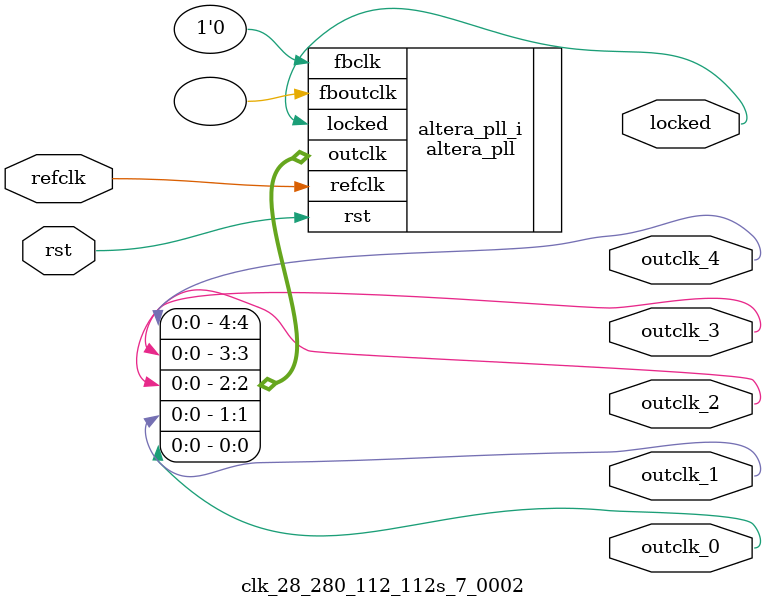
<source format=v>
`timescale 1ns/10ps
module  clk_28_280_112_112s_7_0002(

	// interface 'refclk'
	input wire refclk,

	// interface 'reset'
	input wire rst,

	// interface 'outclk0'
	output wire outclk_0,

	// interface 'outclk1'
	output wire outclk_1,

	// interface 'outclk2'
	output wire outclk_2,

	// interface 'outclk3'
	output wire outclk_3,

	// interface 'outclk4'
	output wire outclk_4,

	// interface 'locked'
	output wire locked
);

	altera_pll #(
		.fractional_vco_multiplier("false"),
		.reference_clock_frequency("50.0 MHz"),
		.operation_mode("direct"),
		.number_of_clocks(5),
		.output_clock_frequency0("28.125000 MHz"),
		.phase_shift0("0 ps"),
		.duty_cycle0(50),
		.output_clock_frequency1("281.250000 MHz"),
		.phase_shift1("0 ps"),
		.duty_cycle1(50),
		.output_clock_frequency2("112.500000 MHz"),
		.phase_shift2("0 ps"),
		.duty_cycle2(50),
		.output_clock_frequency3("112.500000 MHz"),
		.phase_shift3("3556 ps"),
		.duty_cycle3(50),
		.output_clock_frequency4("7.031250 MHz"),
		.phase_shift4("0 ps"),
		.duty_cycle4(50),
		.output_clock_frequency5("0 MHz"),
		.phase_shift5("0 ps"),
		.duty_cycle5(50),
		.output_clock_frequency6("0 MHz"),
		.phase_shift6("0 ps"),
		.duty_cycle6(50),
		.output_clock_frequency7("0 MHz"),
		.phase_shift7("0 ps"),
		.duty_cycle7(50),
		.output_clock_frequency8("0 MHz"),
		.phase_shift8("0 ps"),
		.duty_cycle8(50),
		.output_clock_frequency9("0 MHz"),
		.phase_shift9("0 ps"),
		.duty_cycle9(50),
		.output_clock_frequency10("0 MHz"),
		.phase_shift10("0 ps"),
		.duty_cycle10(50),
		.output_clock_frequency11("0 MHz"),
		.phase_shift11("0 ps"),
		.duty_cycle11(50),
		.output_clock_frequency12("0 MHz"),
		.phase_shift12("0 ps"),
		.duty_cycle12(50),
		.output_clock_frequency13("0 MHz"),
		.phase_shift13("0 ps"),
		.duty_cycle13(50),
		.output_clock_frequency14("0 MHz"),
		.phase_shift14("0 ps"),
		.duty_cycle14(50),
		.output_clock_frequency15("0 MHz"),
		.phase_shift15("0 ps"),
		.duty_cycle15(50),
		.output_clock_frequency16("0 MHz"),
		.phase_shift16("0 ps"),
		.duty_cycle16(50),
		.output_clock_frequency17("0 MHz"),
		.phase_shift17("0 ps"),
		.duty_cycle17(50),
		.pll_type("General"),
		.pll_subtype("General")
	) altera_pll_i (
		.rst	(rst),
		.outclk	({outclk_4, outclk_3, outclk_2, outclk_1, outclk_0}),
		.locked	(locked),
		.fboutclk	( ),
		.fbclk	(1'b0),
		.refclk	(refclk)
	);
endmodule


</source>
